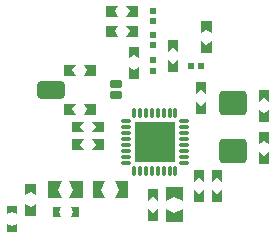
<source format=gtp>
G04*
G04 #@! TF.GenerationSoftware,Altium Limited,Altium Designer,18.1.7 (191)*
G04*
G04 Layer_Color=8421504*
%FSLAX24Y24*%
%MOIN*%
G70*
G01*
G75*
G04:AMPARAMS|DCode=14|XSize=90.6mil|YSize=82.7mil|CornerRadius=12.4mil|HoleSize=0mil|Usage=FLASHONLY|Rotation=0.000|XOffset=0mil|YOffset=0mil|HoleType=Round|Shape=RoundedRectangle|*
%AMROUNDEDRECTD14*
21,1,0.0906,0.0579,0,0,0.0*
21,1,0.0657,0.0827,0,0,0.0*
1,1,0.0248,0.0329,-0.0289*
1,1,0.0248,-0.0329,-0.0289*
1,1,0.0248,-0.0329,0.0289*
1,1,0.0248,0.0329,0.0289*
%
%ADD14ROUNDEDRECTD14*%
G04:AMPARAMS|DCode=15|XSize=43.3mil|YSize=23.6mil|CornerRadius=5.9mil|HoleSize=0mil|Usage=FLASHONLY|Rotation=180.000|XOffset=0mil|YOffset=0mil|HoleType=Round|Shape=RoundedRectangle|*
%AMROUNDEDRECTD15*
21,1,0.0433,0.0118,0,0,180.0*
21,1,0.0315,0.0236,0,0,180.0*
1,1,0.0118,-0.0157,0.0059*
1,1,0.0118,0.0157,0.0059*
1,1,0.0118,0.0157,-0.0059*
1,1,0.0118,-0.0157,-0.0059*
%
%ADD15ROUNDEDRECTD15*%
G04:AMPARAMS|DCode=16|XSize=94.5mil|YSize=59.1mil|CornerRadius=14.8mil|HoleSize=0mil|Usage=FLASHONLY|Rotation=180.000|XOffset=0mil|YOffset=0mil|HoleType=Round|Shape=RoundedRectangle|*
%AMROUNDEDRECTD16*
21,1,0.0945,0.0295,0,0,180.0*
21,1,0.0650,0.0591,0,0,180.0*
1,1,0.0295,-0.0325,0.0148*
1,1,0.0295,0.0325,0.0148*
1,1,0.0295,0.0325,-0.0148*
1,1,0.0295,-0.0325,-0.0148*
%
%ADD16ROUNDEDRECTD16*%
%ADD17R,0.0236X0.0217*%
%ADD18O,0.0335X0.0110*%
%ADD19O,0.0110X0.0335*%
%ADD20R,0.1358X0.1358*%
%ADD21R,0.0217X0.0236*%
G36*
X58563Y25295D02*
X58169D01*
X58287Y25472D01*
X58169Y25650D01*
X58563D01*
Y25295D01*
D02*
G37*
G36*
X57776Y25472D02*
X57894Y25295D01*
X57500D01*
Y25650D01*
X57894D01*
X57776Y25472D01*
D02*
G37*
G36*
X61004Y24744D02*
X60827Y24862D01*
X60650Y24744D01*
Y25138D01*
X61004D01*
Y24744D01*
D02*
G37*
G36*
X58563Y24626D02*
X58169D01*
X58287Y24803D01*
X58169Y24980D01*
X58563D01*
Y24626D01*
D02*
G37*
G36*
X57776Y24803D02*
X57894Y24626D01*
X57500D01*
Y24980D01*
X57894D01*
X57776Y24803D01*
D02*
G37*
G36*
X61004Y24075D02*
X60650D01*
Y24469D01*
X60827Y24350D01*
X61004Y24469D01*
Y24075D01*
D02*
G37*
G36*
X59902Y24114D02*
X59724Y24232D01*
X59547Y24114D01*
Y24508D01*
X59902D01*
Y24114D01*
D02*
G37*
G36*
X58602Y23898D02*
X58425Y24016D01*
X58248Y23898D01*
Y24291D01*
X58602D01*
Y23898D01*
D02*
G37*
G36*
X59902Y23445D02*
X59547D01*
Y23839D01*
X59724Y23720D01*
X59902Y23839D01*
Y23445D01*
D02*
G37*
G36*
X58602Y23228D02*
X58248D01*
Y23622D01*
X58425Y23504D01*
X58602Y23622D01*
Y23228D01*
D02*
G37*
G36*
X57146Y23327D02*
X56752D01*
X56870Y23504D01*
X56752Y23681D01*
X57146D01*
Y23327D01*
D02*
G37*
G36*
X56358Y23504D02*
X56476Y23327D01*
X56083D01*
Y23681D01*
X56476D01*
X56358Y23504D01*
D02*
G37*
G36*
X60827Y22717D02*
X60650Y22835D01*
X60472Y22717D01*
Y23110D01*
X60827D01*
Y22717D01*
D02*
G37*
G36*
X62933Y22461D02*
X62756Y22579D01*
X62579Y22461D01*
Y22854D01*
X62933D01*
Y22461D01*
D02*
G37*
G36*
X60827Y22047D02*
X60472D01*
Y22441D01*
X60650Y22323D01*
X60827Y22441D01*
Y22047D01*
D02*
G37*
G36*
X62933Y21791D02*
X62579D01*
Y22185D01*
X62756Y22067D01*
X62933Y22185D01*
Y21791D01*
D02*
G37*
G36*
X57146Y22028D02*
X56752D01*
X56870Y22205D01*
X56752Y22382D01*
X57146D01*
Y22028D01*
D02*
G37*
G36*
X56358Y22205D02*
X56476Y22028D01*
X56083D01*
Y22382D01*
X56476D01*
X56358Y22205D01*
D02*
G37*
G36*
X57421Y21437D02*
X57028D01*
X57146Y21614D01*
X57028Y21791D01*
X57421D01*
Y21437D01*
D02*
G37*
G36*
X56634Y21614D02*
X56752Y21437D01*
X56358D01*
Y21791D01*
X56752D01*
X56634Y21614D01*
D02*
G37*
G36*
X62934Y21043D02*
X62757Y21161D01*
X62580Y21043D01*
Y21437D01*
X62934D01*
Y21043D01*
D02*
G37*
G36*
X57421Y20846D02*
X57028D01*
X57146Y21024D01*
X57028Y21201D01*
X57421D01*
Y20846D01*
D02*
G37*
G36*
X56634Y21024D02*
X56752Y20846D01*
X56358D01*
Y21201D01*
X56752D01*
X56634Y21024D01*
D02*
G37*
G36*
X62934Y20374D02*
X62580D01*
Y20768D01*
X62757Y20650D01*
X62934Y20768D01*
Y20374D01*
D02*
G37*
G36*
X61358Y19783D02*
X61181Y19902D01*
X61004Y19783D01*
Y20177D01*
X61358D01*
Y19783D01*
D02*
G37*
G36*
X60768Y19783D02*
X60591Y19902D01*
X60413Y19783D01*
Y20177D01*
X60768D01*
Y19783D01*
D02*
G37*
G36*
X61358Y19114D02*
X61004D01*
Y19508D01*
X61181Y19390D01*
X61358Y19508D01*
Y19114D01*
D02*
G37*
G36*
X60768Y19114D02*
X60413D01*
Y19508D01*
X60591Y19390D01*
X60768Y19508D01*
Y19114D01*
D02*
G37*
G36*
X55157Y19331D02*
X54980Y19449D01*
X54803Y19331D01*
Y19724D01*
X55157D01*
Y19331D01*
D02*
G37*
G36*
X58209Y19252D02*
X57795D01*
X57923Y19528D01*
X57795Y19803D01*
X58209D01*
Y19252D01*
D02*
G37*
G36*
X57333Y19528D02*
X57461Y19252D01*
X57047D01*
Y19803D01*
X57461D01*
X57333Y19528D01*
D02*
G37*
G36*
X56722Y19242D02*
X56270D01*
X56398Y19528D01*
X56270Y19813D01*
X56722D01*
Y19242D01*
D02*
G37*
G36*
X55886Y19528D02*
X56014Y19242D01*
X55561D01*
Y19813D01*
X56014D01*
X55886Y19528D01*
D02*
G37*
G36*
X59232Y19154D02*
X59055Y19272D01*
X58878Y19154D01*
Y19547D01*
X59232D01*
Y19154D01*
D02*
G37*
G36*
X60049Y19144D02*
X59764Y19272D01*
X59478Y19144D01*
Y19596D01*
X60049D01*
Y19144D01*
D02*
G37*
G36*
X55157Y18661D02*
X54803D01*
Y19055D01*
X54980Y18937D01*
X55157Y19055D01*
Y18661D01*
D02*
G37*
G36*
X60049Y18435D02*
X59478D01*
Y18888D01*
X59764Y18760D01*
X60049Y18888D01*
Y18435D01*
D02*
G37*
G36*
X59232Y18484D02*
X58878D01*
Y18878D01*
X59055Y18760D01*
X59232Y18878D01*
Y18484D01*
D02*
G37*
G36*
X54528Y18711D02*
X54350Y18789D01*
X54173Y18711D01*
Y18986D01*
X54528D01*
Y18711D01*
D02*
G37*
G36*
X56594Y18602D02*
X56319D01*
X56398Y18780D01*
X56319Y18957D01*
X56594D01*
Y18602D01*
D02*
G37*
G36*
X55906Y18780D02*
X55984Y18602D01*
X55709D01*
Y18957D01*
X55984D01*
X55906Y18780D01*
D02*
G37*
G36*
X54528Y18101D02*
X54173D01*
Y18376D01*
X54350Y18297D01*
X54528Y18376D01*
Y18101D01*
D02*
G37*
D14*
X61732Y20827D02*
D03*
Y22402D02*
D03*
D15*
X57825Y23031D02*
D03*
Y22677D02*
D03*
D16*
X55640Y22854D02*
D03*
D17*
X59055Y23829D02*
D03*
Y23494D02*
D03*
Y25482D02*
D03*
Y25148D02*
D03*
Y24665D02*
D03*
Y24331D02*
D03*
D18*
X60089Y21801D02*
D03*
Y21604D02*
D03*
Y21407D02*
D03*
Y21211D02*
D03*
Y21014D02*
D03*
Y20817D02*
D03*
Y20620D02*
D03*
Y20423D02*
D03*
X58140D02*
D03*
Y20620D02*
D03*
Y20817D02*
D03*
Y21014D02*
D03*
Y21211D02*
D03*
Y21407D02*
D03*
Y21604D02*
D03*
Y21801D02*
D03*
D19*
X59803Y20138D02*
D03*
X59606D02*
D03*
X59409D02*
D03*
X59213D02*
D03*
X59016D02*
D03*
X58819D02*
D03*
X58622D02*
D03*
X58425D02*
D03*
Y22087D02*
D03*
X58622D02*
D03*
X58819D02*
D03*
X59016D02*
D03*
X59213D02*
D03*
X59409D02*
D03*
X59606D02*
D03*
X59803D02*
D03*
D20*
X59114Y21112D02*
D03*
D21*
X60315Y23642D02*
D03*
X60650D02*
D03*
M02*

</source>
